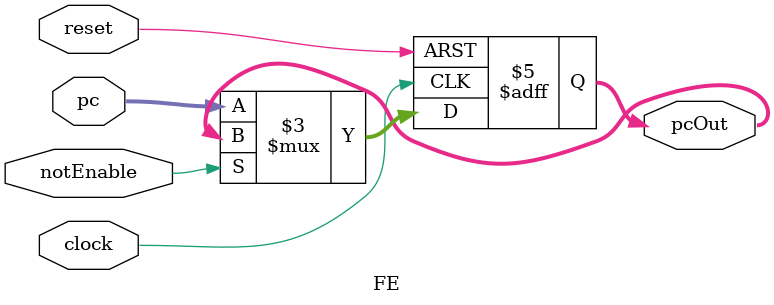
<source format=v>
`timescale 1ns / 1ps
module FE(
		input clock,
		input reset,
		input notEnable,
		input [7:0]pc,
		output reg [7:0]pcOut
    );
	 
	 always @(negedge clock,posedge reset)begin
			if(reset)begin
				pcOut<=0;
			end
			else if(~notEnable) begin
				pcOut<=pc;
			end
		end
		

endmodule

</source>
